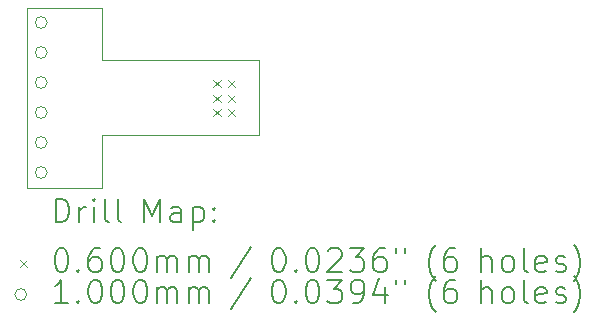
<source format=gbr>
%TF.GenerationSoftware,KiCad,Pcbnew,(7.0.0)*%
%TF.CreationDate,2024-06-17T14:15:40-04:00*%
%TF.ProjectId,Connector Bit,436f6e6e-6563-4746-9f72-204269742e6b,rev?*%
%TF.SameCoordinates,PX5f5e100PY6de6c40*%
%TF.FileFunction,Drillmap*%
%TF.FilePolarity,Positive*%
%FSLAX45Y45*%
G04 Gerber Fmt 4.5, Leading zero omitted, Abs format (unit mm)*
G04 Created by KiCad (PCBNEW (7.0.0)) date 2024-06-17 14:15:40*
%MOMM*%
%LPD*%
G01*
G04 APERTURE LIST*
%ADD10C,0.025400*%
%ADD11C,0.200000*%
%ADD12C,0.060000*%
%ADD13C,0.100000*%
G04 APERTURE END LIST*
D10*
X635000Y1524000D02*
X635000Y1079500D01*
X635000Y1079500D02*
X1963400Y1079500D01*
X635000Y0D02*
X635000Y444500D01*
X0Y1524000D02*
X0Y0D01*
X635000Y444500D02*
X1963400Y444500D01*
X0Y1524000D02*
X635000Y1524000D01*
X0Y0D02*
X635000Y0D01*
X1963400Y1079500D02*
X1963400Y444500D01*
D11*
D12*
X1580900Y912000D02*
X1640900Y852000D01*
X1640900Y912000D02*
X1580900Y852000D01*
X1580900Y787000D02*
X1640900Y727000D01*
X1640900Y787000D02*
X1580900Y727000D01*
X1580900Y662000D02*
X1640900Y602000D01*
X1640900Y662000D02*
X1580900Y602000D01*
X1705900Y912000D02*
X1765900Y852000D01*
X1765900Y912000D02*
X1705900Y852000D01*
X1705900Y787000D02*
X1765900Y727000D01*
X1765900Y787000D02*
X1705900Y727000D01*
X1705900Y662000D02*
X1765900Y602000D01*
X1765900Y662000D02*
X1705900Y602000D01*
D13*
X171900Y1397000D02*
G75*
G03*
X171900Y1397000I-50000J0D01*
G01*
X171900Y1143000D02*
G75*
G03*
X171900Y1143000I-50000J0D01*
G01*
X171900Y889000D02*
G75*
G03*
X171900Y889000I-50000J0D01*
G01*
X171900Y635000D02*
G75*
G03*
X171900Y635000I-50000J0D01*
G01*
X171900Y381000D02*
G75*
G03*
X171900Y381000I-50000J0D01*
G01*
X171900Y127000D02*
G75*
G03*
X171900Y127000I-50000J0D01*
G01*
D11*
X246349Y-294746D02*
X246349Y-94746D01*
X246349Y-94746D02*
X293968Y-94746D01*
X293968Y-94746D02*
X322540Y-104270D01*
X322540Y-104270D02*
X341587Y-123318D01*
X341587Y-123318D02*
X351111Y-142365D01*
X351111Y-142365D02*
X360635Y-180460D01*
X360635Y-180460D02*
X360635Y-209032D01*
X360635Y-209032D02*
X351111Y-247127D01*
X351111Y-247127D02*
X341587Y-266175D01*
X341587Y-266175D02*
X322540Y-285222D01*
X322540Y-285222D02*
X293968Y-294746D01*
X293968Y-294746D02*
X246349Y-294746D01*
X446349Y-294746D02*
X446349Y-161413D01*
X446349Y-199508D02*
X455873Y-180460D01*
X455873Y-180460D02*
X465397Y-170937D01*
X465397Y-170937D02*
X484444Y-161413D01*
X484444Y-161413D02*
X503492Y-161413D01*
X570159Y-294746D02*
X570159Y-161413D01*
X570159Y-94746D02*
X560635Y-104270D01*
X560635Y-104270D02*
X570159Y-113794D01*
X570159Y-113794D02*
X579682Y-104270D01*
X579682Y-104270D02*
X570159Y-94746D01*
X570159Y-94746D02*
X570159Y-113794D01*
X693968Y-294746D02*
X674920Y-285222D01*
X674920Y-285222D02*
X665397Y-266175D01*
X665397Y-266175D02*
X665397Y-94746D01*
X798730Y-294746D02*
X779682Y-285222D01*
X779682Y-285222D02*
X770158Y-266175D01*
X770158Y-266175D02*
X770158Y-94746D01*
X994920Y-294746D02*
X994920Y-94746D01*
X994920Y-94746D02*
X1061587Y-237603D01*
X1061587Y-237603D02*
X1128254Y-94746D01*
X1128254Y-94746D02*
X1128254Y-294746D01*
X1309206Y-294746D02*
X1309206Y-189984D01*
X1309206Y-189984D02*
X1299682Y-170937D01*
X1299682Y-170937D02*
X1280635Y-161413D01*
X1280635Y-161413D02*
X1242539Y-161413D01*
X1242539Y-161413D02*
X1223492Y-170937D01*
X1309206Y-285222D02*
X1290159Y-294746D01*
X1290159Y-294746D02*
X1242539Y-294746D01*
X1242539Y-294746D02*
X1223492Y-285222D01*
X1223492Y-285222D02*
X1213968Y-266175D01*
X1213968Y-266175D02*
X1213968Y-247127D01*
X1213968Y-247127D02*
X1223492Y-228079D01*
X1223492Y-228079D02*
X1242539Y-218556D01*
X1242539Y-218556D02*
X1290159Y-218556D01*
X1290159Y-218556D02*
X1309206Y-209032D01*
X1404444Y-161413D02*
X1404444Y-361413D01*
X1404444Y-170937D02*
X1423492Y-161413D01*
X1423492Y-161413D02*
X1461587Y-161413D01*
X1461587Y-161413D02*
X1480635Y-170937D01*
X1480635Y-170937D02*
X1490158Y-180460D01*
X1490158Y-180460D02*
X1499682Y-199508D01*
X1499682Y-199508D02*
X1499682Y-256651D01*
X1499682Y-256651D02*
X1490158Y-275699D01*
X1490158Y-275699D02*
X1480635Y-285222D01*
X1480635Y-285222D02*
X1461587Y-294746D01*
X1461587Y-294746D02*
X1423492Y-294746D01*
X1423492Y-294746D02*
X1404444Y-285222D01*
X1585397Y-275699D02*
X1594920Y-285222D01*
X1594920Y-285222D02*
X1585397Y-294746D01*
X1585397Y-294746D02*
X1575873Y-285222D01*
X1575873Y-285222D02*
X1585397Y-275699D01*
X1585397Y-275699D02*
X1585397Y-294746D01*
X1585397Y-170937D02*
X1594920Y-180460D01*
X1594920Y-180460D02*
X1585397Y-189984D01*
X1585397Y-189984D02*
X1575873Y-180460D01*
X1575873Y-180460D02*
X1585397Y-170937D01*
X1585397Y-170937D02*
X1585397Y-189984D01*
D12*
X-61270Y-611270D02*
X-1270Y-671270D01*
X-1270Y-611270D02*
X-61270Y-671270D01*
D11*
X284444Y-514746D02*
X303492Y-514746D01*
X303492Y-514746D02*
X322540Y-524270D01*
X322540Y-524270D02*
X332063Y-533794D01*
X332063Y-533794D02*
X341587Y-552841D01*
X341587Y-552841D02*
X351111Y-590937D01*
X351111Y-590937D02*
X351111Y-638556D01*
X351111Y-638556D02*
X341587Y-676651D01*
X341587Y-676651D02*
X332063Y-695699D01*
X332063Y-695699D02*
X322540Y-705222D01*
X322540Y-705222D02*
X303492Y-714746D01*
X303492Y-714746D02*
X284444Y-714746D01*
X284444Y-714746D02*
X265397Y-705222D01*
X265397Y-705222D02*
X255873Y-695699D01*
X255873Y-695699D02*
X246349Y-676651D01*
X246349Y-676651D02*
X236825Y-638556D01*
X236825Y-638556D02*
X236825Y-590937D01*
X236825Y-590937D02*
X246349Y-552841D01*
X246349Y-552841D02*
X255873Y-533794D01*
X255873Y-533794D02*
X265397Y-524270D01*
X265397Y-524270D02*
X284444Y-514746D01*
X436825Y-695699D02*
X446349Y-705222D01*
X446349Y-705222D02*
X436825Y-714746D01*
X436825Y-714746D02*
X427301Y-705222D01*
X427301Y-705222D02*
X436825Y-695699D01*
X436825Y-695699D02*
X436825Y-714746D01*
X617778Y-514746D02*
X579682Y-514746D01*
X579682Y-514746D02*
X560635Y-524270D01*
X560635Y-524270D02*
X551111Y-533794D01*
X551111Y-533794D02*
X532063Y-562365D01*
X532063Y-562365D02*
X522539Y-600460D01*
X522539Y-600460D02*
X522539Y-676651D01*
X522539Y-676651D02*
X532063Y-695699D01*
X532063Y-695699D02*
X541587Y-705222D01*
X541587Y-705222D02*
X560635Y-714746D01*
X560635Y-714746D02*
X598730Y-714746D01*
X598730Y-714746D02*
X617778Y-705222D01*
X617778Y-705222D02*
X627301Y-695699D01*
X627301Y-695699D02*
X636825Y-676651D01*
X636825Y-676651D02*
X636825Y-629032D01*
X636825Y-629032D02*
X627301Y-609984D01*
X627301Y-609984D02*
X617778Y-600460D01*
X617778Y-600460D02*
X598730Y-590937D01*
X598730Y-590937D02*
X560635Y-590937D01*
X560635Y-590937D02*
X541587Y-600460D01*
X541587Y-600460D02*
X532063Y-609984D01*
X532063Y-609984D02*
X522539Y-629032D01*
X760635Y-514746D02*
X779682Y-514746D01*
X779682Y-514746D02*
X798730Y-524270D01*
X798730Y-524270D02*
X808254Y-533794D01*
X808254Y-533794D02*
X817778Y-552841D01*
X817778Y-552841D02*
X827301Y-590937D01*
X827301Y-590937D02*
X827301Y-638556D01*
X827301Y-638556D02*
X817778Y-676651D01*
X817778Y-676651D02*
X808254Y-695699D01*
X808254Y-695699D02*
X798730Y-705222D01*
X798730Y-705222D02*
X779682Y-714746D01*
X779682Y-714746D02*
X760635Y-714746D01*
X760635Y-714746D02*
X741587Y-705222D01*
X741587Y-705222D02*
X732063Y-695699D01*
X732063Y-695699D02*
X722539Y-676651D01*
X722539Y-676651D02*
X713016Y-638556D01*
X713016Y-638556D02*
X713016Y-590937D01*
X713016Y-590937D02*
X722539Y-552841D01*
X722539Y-552841D02*
X732063Y-533794D01*
X732063Y-533794D02*
X741587Y-524270D01*
X741587Y-524270D02*
X760635Y-514746D01*
X951111Y-514746D02*
X970159Y-514746D01*
X970159Y-514746D02*
X989206Y-524270D01*
X989206Y-524270D02*
X998730Y-533794D01*
X998730Y-533794D02*
X1008254Y-552841D01*
X1008254Y-552841D02*
X1017778Y-590937D01*
X1017778Y-590937D02*
X1017778Y-638556D01*
X1017778Y-638556D02*
X1008254Y-676651D01*
X1008254Y-676651D02*
X998730Y-695699D01*
X998730Y-695699D02*
X989206Y-705222D01*
X989206Y-705222D02*
X970159Y-714746D01*
X970159Y-714746D02*
X951111Y-714746D01*
X951111Y-714746D02*
X932063Y-705222D01*
X932063Y-705222D02*
X922539Y-695699D01*
X922539Y-695699D02*
X913016Y-676651D01*
X913016Y-676651D02*
X903492Y-638556D01*
X903492Y-638556D02*
X903492Y-590937D01*
X903492Y-590937D02*
X913016Y-552841D01*
X913016Y-552841D02*
X922539Y-533794D01*
X922539Y-533794D02*
X932063Y-524270D01*
X932063Y-524270D02*
X951111Y-514746D01*
X1103492Y-714746D02*
X1103492Y-581413D01*
X1103492Y-600460D02*
X1113016Y-590937D01*
X1113016Y-590937D02*
X1132063Y-581413D01*
X1132063Y-581413D02*
X1160635Y-581413D01*
X1160635Y-581413D02*
X1179682Y-590937D01*
X1179682Y-590937D02*
X1189206Y-609984D01*
X1189206Y-609984D02*
X1189206Y-714746D01*
X1189206Y-609984D02*
X1198730Y-590937D01*
X1198730Y-590937D02*
X1217778Y-581413D01*
X1217778Y-581413D02*
X1246349Y-581413D01*
X1246349Y-581413D02*
X1265397Y-590937D01*
X1265397Y-590937D02*
X1274921Y-609984D01*
X1274921Y-609984D02*
X1274921Y-714746D01*
X1370159Y-714746D02*
X1370159Y-581413D01*
X1370159Y-600460D02*
X1379682Y-590937D01*
X1379682Y-590937D02*
X1398730Y-581413D01*
X1398730Y-581413D02*
X1427301Y-581413D01*
X1427301Y-581413D02*
X1446349Y-590937D01*
X1446349Y-590937D02*
X1455873Y-609984D01*
X1455873Y-609984D02*
X1455873Y-714746D01*
X1455873Y-609984D02*
X1465397Y-590937D01*
X1465397Y-590937D02*
X1484444Y-581413D01*
X1484444Y-581413D02*
X1513016Y-581413D01*
X1513016Y-581413D02*
X1532063Y-590937D01*
X1532063Y-590937D02*
X1541587Y-609984D01*
X1541587Y-609984D02*
X1541587Y-714746D01*
X1899682Y-505222D02*
X1728254Y-762365D01*
X2124444Y-514746D02*
X2143492Y-514746D01*
X2143492Y-514746D02*
X2162540Y-524270D01*
X2162540Y-524270D02*
X2172063Y-533794D01*
X2172063Y-533794D02*
X2181587Y-552841D01*
X2181587Y-552841D02*
X2191111Y-590937D01*
X2191111Y-590937D02*
X2191111Y-638556D01*
X2191111Y-638556D02*
X2181587Y-676651D01*
X2181587Y-676651D02*
X2172063Y-695699D01*
X2172063Y-695699D02*
X2162540Y-705222D01*
X2162540Y-705222D02*
X2143492Y-714746D01*
X2143492Y-714746D02*
X2124444Y-714746D01*
X2124444Y-714746D02*
X2105397Y-705222D01*
X2105397Y-705222D02*
X2095873Y-695699D01*
X2095873Y-695699D02*
X2086349Y-676651D01*
X2086349Y-676651D02*
X2076825Y-638556D01*
X2076825Y-638556D02*
X2076825Y-590937D01*
X2076825Y-590937D02*
X2086349Y-552841D01*
X2086349Y-552841D02*
X2095873Y-533794D01*
X2095873Y-533794D02*
X2105397Y-524270D01*
X2105397Y-524270D02*
X2124444Y-514746D01*
X2276825Y-695699D02*
X2286349Y-705222D01*
X2286349Y-705222D02*
X2276825Y-714746D01*
X2276825Y-714746D02*
X2267302Y-705222D01*
X2267302Y-705222D02*
X2276825Y-695699D01*
X2276825Y-695699D02*
X2276825Y-714746D01*
X2410159Y-514746D02*
X2429206Y-514746D01*
X2429206Y-514746D02*
X2448254Y-524270D01*
X2448254Y-524270D02*
X2457778Y-533794D01*
X2457778Y-533794D02*
X2467302Y-552841D01*
X2467302Y-552841D02*
X2476825Y-590937D01*
X2476825Y-590937D02*
X2476825Y-638556D01*
X2476825Y-638556D02*
X2467302Y-676651D01*
X2467302Y-676651D02*
X2457778Y-695699D01*
X2457778Y-695699D02*
X2448254Y-705222D01*
X2448254Y-705222D02*
X2429206Y-714746D01*
X2429206Y-714746D02*
X2410159Y-714746D01*
X2410159Y-714746D02*
X2391111Y-705222D01*
X2391111Y-705222D02*
X2381587Y-695699D01*
X2381587Y-695699D02*
X2372063Y-676651D01*
X2372063Y-676651D02*
X2362540Y-638556D01*
X2362540Y-638556D02*
X2362540Y-590937D01*
X2362540Y-590937D02*
X2372063Y-552841D01*
X2372063Y-552841D02*
X2381587Y-533794D01*
X2381587Y-533794D02*
X2391111Y-524270D01*
X2391111Y-524270D02*
X2410159Y-514746D01*
X2553016Y-533794D02*
X2562540Y-524270D01*
X2562540Y-524270D02*
X2581587Y-514746D01*
X2581587Y-514746D02*
X2629206Y-514746D01*
X2629206Y-514746D02*
X2648254Y-524270D01*
X2648254Y-524270D02*
X2657778Y-533794D01*
X2657778Y-533794D02*
X2667302Y-552841D01*
X2667302Y-552841D02*
X2667302Y-571889D01*
X2667302Y-571889D02*
X2657778Y-600460D01*
X2657778Y-600460D02*
X2543492Y-714746D01*
X2543492Y-714746D02*
X2667302Y-714746D01*
X2733968Y-514746D02*
X2857778Y-514746D01*
X2857778Y-514746D02*
X2791111Y-590937D01*
X2791111Y-590937D02*
X2819682Y-590937D01*
X2819682Y-590937D02*
X2838730Y-600460D01*
X2838730Y-600460D02*
X2848254Y-609984D01*
X2848254Y-609984D02*
X2857778Y-629032D01*
X2857778Y-629032D02*
X2857778Y-676651D01*
X2857778Y-676651D02*
X2848254Y-695699D01*
X2848254Y-695699D02*
X2838730Y-705222D01*
X2838730Y-705222D02*
X2819682Y-714746D01*
X2819682Y-714746D02*
X2762540Y-714746D01*
X2762540Y-714746D02*
X2743492Y-705222D01*
X2743492Y-705222D02*
X2733968Y-695699D01*
X3029206Y-514746D02*
X2991111Y-514746D01*
X2991111Y-514746D02*
X2972063Y-524270D01*
X2972063Y-524270D02*
X2962540Y-533794D01*
X2962540Y-533794D02*
X2943492Y-562365D01*
X2943492Y-562365D02*
X2933968Y-600460D01*
X2933968Y-600460D02*
X2933968Y-676651D01*
X2933968Y-676651D02*
X2943492Y-695699D01*
X2943492Y-695699D02*
X2953016Y-705222D01*
X2953016Y-705222D02*
X2972063Y-714746D01*
X2972063Y-714746D02*
X3010159Y-714746D01*
X3010159Y-714746D02*
X3029206Y-705222D01*
X3029206Y-705222D02*
X3038730Y-695699D01*
X3038730Y-695699D02*
X3048254Y-676651D01*
X3048254Y-676651D02*
X3048254Y-629032D01*
X3048254Y-629032D02*
X3038730Y-609984D01*
X3038730Y-609984D02*
X3029206Y-600460D01*
X3029206Y-600460D02*
X3010159Y-590937D01*
X3010159Y-590937D02*
X2972063Y-590937D01*
X2972063Y-590937D02*
X2953016Y-600460D01*
X2953016Y-600460D02*
X2943492Y-609984D01*
X2943492Y-609984D02*
X2933968Y-629032D01*
X3124444Y-514746D02*
X3124444Y-552841D01*
X3200635Y-514746D02*
X3200635Y-552841D01*
X3463492Y-790937D02*
X3453968Y-781413D01*
X3453968Y-781413D02*
X3434921Y-752841D01*
X3434921Y-752841D02*
X3425397Y-733794D01*
X3425397Y-733794D02*
X3415873Y-705222D01*
X3415873Y-705222D02*
X3406349Y-657603D01*
X3406349Y-657603D02*
X3406349Y-619508D01*
X3406349Y-619508D02*
X3415873Y-571889D01*
X3415873Y-571889D02*
X3425397Y-543318D01*
X3425397Y-543318D02*
X3434921Y-524270D01*
X3434921Y-524270D02*
X3453968Y-495698D01*
X3453968Y-495698D02*
X3463492Y-486175D01*
X3625397Y-514746D02*
X3587301Y-514746D01*
X3587301Y-514746D02*
X3568254Y-524270D01*
X3568254Y-524270D02*
X3558730Y-533794D01*
X3558730Y-533794D02*
X3539682Y-562365D01*
X3539682Y-562365D02*
X3530159Y-600460D01*
X3530159Y-600460D02*
X3530159Y-676651D01*
X3530159Y-676651D02*
X3539682Y-695699D01*
X3539682Y-695699D02*
X3549206Y-705222D01*
X3549206Y-705222D02*
X3568254Y-714746D01*
X3568254Y-714746D02*
X3606349Y-714746D01*
X3606349Y-714746D02*
X3625397Y-705222D01*
X3625397Y-705222D02*
X3634921Y-695699D01*
X3634921Y-695699D02*
X3644444Y-676651D01*
X3644444Y-676651D02*
X3644444Y-629032D01*
X3644444Y-629032D02*
X3634921Y-609984D01*
X3634921Y-609984D02*
X3625397Y-600460D01*
X3625397Y-600460D02*
X3606349Y-590937D01*
X3606349Y-590937D02*
X3568254Y-590937D01*
X3568254Y-590937D02*
X3549206Y-600460D01*
X3549206Y-600460D02*
X3539682Y-609984D01*
X3539682Y-609984D02*
X3530159Y-629032D01*
X3850159Y-714746D02*
X3850159Y-514746D01*
X3935873Y-714746D02*
X3935873Y-609984D01*
X3935873Y-609984D02*
X3926349Y-590937D01*
X3926349Y-590937D02*
X3907302Y-581413D01*
X3907302Y-581413D02*
X3878730Y-581413D01*
X3878730Y-581413D02*
X3859682Y-590937D01*
X3859682Y-590937D02*
X3850159Y-600460D01*
X4059682Y-714746D02*
X4040635Y-705222D01*
X4040635Y-705222D02*
X4031111Y-695699D01*
X4031111Y-695699D02*
X4021587Y-676651D01*
X4021587Y-676651D02*
X4021587Y-619508D01*
X4021587Y-619508D02*
X4031111Y-600460D01*
X4031111Y-600460D02*
X4040635Y-590937D01*
X4040635Y-590937D02*
X4059682Y-581413D01*
X4059682Y-581413D02*
X4088254Y-581413D01*
X4088254Y-581413D02*
X4107302Y-590937D01*
X4107302Y-590937D02*
X4116825Y-600460D01*
X4116825Y-600460D02*
X4126349Y-619508D01*
X4126349Y-619508D02*
X4126349Y-676651D01*
X4126349Y-676651D02*
X4116825Y-695699D01*
X4116825Y-695699D02*
X4107302Y-705222D01*
X4107302Y-705222D02*
X4088254Y-714746D01*
X4088254Y-714746D02*
X4059682Y-714746D01*
X4240635Y-714746D02*
X4221587Y-705222D01*
X4221587Y-705222D02*
X4212064Y-686175D01*
X4212064Y-686175D02*
X4212064Y-514746D01*
X4393016Y-705222D02*
X4373968Y-714746D01*
X4373968Y-714746D02*
X4335873Y-714746D01*
X4335873Y-714746D02*
X4316825Y-705222D01*
X4316825Y-705222D02*
X4307302Y-686175D01*
X4307302Y-686175D02*
X4307302Y-609984D01*
X4307302Y-609984D02*
X4316825Y-590937D01*
X4316825Y-590937D02*
X4335873Y-581413D01*
X4335873Y-581413D02*
X4373968Y-581413D01*
X4373968Y-581413D02*
X4393016Y-590937D01*
X4393016Y-590937D02*
X4402540Y-609984D01*
X4402540Y-609984D02*
X4402540Y-629032D01*
X4402540Y-629032D02*
X4307302Y-648080D01*
X4478730Y-705222D02*
X4497778Y-714746D01*
X4497778Y-714746D02*
X4535873Y-714746D01*
X4535873Y-714746D02*
X4554921Y-705222D01*
X4554921Y-705222D02*
X4564445Y-686175D01*
X4564445Y-686175D02*
X4564445Y-676651D01*
X4564445Y-676651D02*
X4554921Y-657603D01*
X4554921Y-657603D02*
X4535873Y-648080D01*
X4535873Y-648080D02*
X4507302Y-648080D01*
X4507302Y-648080D02*
X4488254Y-638556D01*
X4488254Y-638556D02*
X4478730Y-619508D01*
X4478730Y-619508D02*
X4478730Y-609984D01*
X4478730Y-609984D02*
X4488254Y-590937D01*
X4488254Y-590937D02*
X4507302Y-581413D01*
X4507302Y-581413D02*
X4535873Y-581413D01*
X4535873Y-581413D02*
X4554921Y-590937D01*
X4631111Y-790937D02*
X4640635Y-781413D01*
X4640635Y-781413D02*
X4659683Y-752841D01*
X4659683Y-752841D02*
X4669206Y-733794D01*
X4669206Y-733794D02*
X4678730Y-705222D01*
X4678730Y-705222D02*
X4688254Y-657603D01*
X4688254Y-657603D02*
X4688254Y-619508D01*
X4688254Y-619508D02*
X4678730Y-571889D01*
X4678730Y-571889D02*
X4669206Y-543318D01*
X4669206Y-543318D02*
X4659683Y-524270D01*
X4659683Y-524270D02*
X4640635Y-495698D01*
X4640635Y-495698D02*
X4631111Y-486175D01*
D13*
X-1270Y-905270D02*
G75*
G03*
X-1270Y-905270I-50000J0D01*
G01*
D11*
X351111Y-978746D02*
X236825Y-978746D01*
X293968Y-978746D02*
X293968Y-778746D01*
X293968Y-778746D02*
X274920Y-807318D01*
X274920Y-807318D02*
X255873Y-826365D01*
X255873Y-826365D02*
X236825Y-835889D01*
X436825Y-959698D02*
X446349Y-969222D01*
X446349Y-969222D02*
X436825Y-978746D01*
X436825Y-978746D02*
X427301Y-969222D01*
X427301Y-969222D02*
X436825Y-959698D01*
X436825Y-959698D02*
X436825Y-978746D01*
X570159Y-778746D02*
X589206Y-778746D01*
X589206Y-778746D02*
X608254Y-788270D01*
X608254Y-788270D02*
X617778Y-797794D01*
X617778Y-797794D02*
X627301Y-816841D01*
X627301Y-816841D02*
X636825Y-854937D01*
X636825Y-854937D02*
X636825Y-902556D01*
X636825Y-902556D02*
X627301Y-940651D01*
X627301Y-940651D02*
X617778Y-959698D01*
X617778Y-959698D02*
X608254Y-969222D01*
X608254Y-969222D02*
X589206Y-978746D01*
X589206Y-978746D02*
X570159Y-978746D01*
X570159Y-978746D02*
X551111Y-969222D01*
X551111Y-969222D02*
X541587Y-959698D01*
X541587Y-959698D02*
X532063Y-940651D01*
X532063Y-940651D02*
X522539Y-902556D01*
X522539Y-902556D02*
X522539Y-854937D01*
X522539Y-854937D02*
X532063Y-816841D01*
X532063Y-816841D02*
X541587Y-797794D01*
X541587Y-797794D02*
X551111Y-788270D01*
X551111Y-788270D02*
X570159Y-778746D01*
X760635Y-778746D02*
X779682Y-778746D01*
X779682Y-778746D02*
X798730Y-788270D01*
X798730Y-788270D02*
X808254Y-797794D01*
X808254Y-797794D02*
X817778Y-816841D01*
X817778Y-816841D02*
X827301Y-854937D01*
X827301Y-854937D02*
X827301Y-902556D01*
X827301Y-902556D02*
X817778Y-940651D01*
X817778Y-940651D02*
X808254Y-959698D01*
X808254Y-959698D02*
X798730Y-969222D01*
X798730Y-969222D02*
X779682Y-978746D01*
X779682Y-978746D02*
X760635Y-978746D01*
X760635Y-978746D02*
X741587Y-969222D01*
X741587Y-969222D02*
X732063Y-959698D01*
X732063Y-959698D02*
X722539Y-940651D01*
X722539Y-940651D02*
X713016Y-902556D01*
X713016Y-902556D02*
X713016Y-854937D01*
X713016Y-854937D02*
X722539Y-816841D01*
X722539Y-816841D02*
X732063Y-797794D01*
X732063Y-797794D02*
X741587Y-788270D01*
X741587Y-788270D02*
X760635Y-778746D01*
X951111Y-778746D02*
X970159Y-778746D01*
X970159Y-778746D02*
X989206Y-788270D01*
X989206Y-788270D02*
X998730Y-797794D01*
X998730Y-797794D02*
X1008254Y-816841D01*
X1008254Y-816841D02*
X1017778Y-854937D01*
X1017778Y-854937D02*
X1017778Y-902556D01*
X1017778Y-902556D02*
X1008254Y-940651D01*
X1008254Y-940651D02*
X998730Y-959698D01*
X998730Y-959698D02*
X989206Y-969222D01*
X989206Y-969222D02*
X970159Y-978746D01*
X970159Y-978746D02*
X951111Y-978746D01*
X951111Y-978746D02*
X932063Y-969222D01*
X932063Y-969222D02*
X922539Y-959698D01*
X922539Y-959698D02*
X913016Y-940651D01*
X913016Y-940651D02*
X903492Y-902556D01*
X903492Y-902556D02*
X903492Y-854937D01*
X903492Y-854937D02*
X913016Y-816841D01*
X913016Y-816841D02*
X922539Y-797794D01*
X922539Y-797794D02*
X932063Y-788270D01*
X932063Y-788270D02*
X951111Y-778746D01*
X1103492Y-978746D02*
X1103492Y-845413D01*
X1103492Y-864460D02*
X1113016Y-854937D01*
X1113016Y-854937D02*
X1132063Y-845413D01*
X1132063Y-845413D02*
X1160635Y-845413D01*
X1160635Y-845413D02*
X1179682Y-854937D01*
X1179682Y-854937D02*
X1189206Y-873984D01*
X1189206Y-873984D02*
X1189206Y-978746D01*
X1189206Y-873984D02*
X1198730Y-854937D01*
X1198730Y-854937D02*
X1217778Y-845413D01*
X1217778Y-845413D02*
X1246349Y-845413D01*
X1246349Y-845413D02*
X1265397Y-854937D01*
X1265397Y-854937D02*
X1274921Y-873984D01*
X1274921Y-873984D02*
X1274921Y-978746D01*
X1370159Y-978746D02*
X1370159Y-845413D01*
X1370159Y-864460D02*
X1379682Y-854937D01*
X1379682Y-854937D02*
X1398730Y-845413D01*
X1398730Y-845413D02*
X1427301Y-845413D01*
X1427301Y-845413D02*
X1446349Y-854937D01*
X1446349Y-854937D02*
X1455873Y-873984D01*
X1455873Y-873984D02*
X1455873Y-978746D01*
X1455873Y-873984D02*
X1465397Y-854937D01*
X1465397Y-854937D02*
X1484444Y-845413D01*
X1484444Y-845413D02*
X1513016Y-845413D01*
X1513016Y-845413D02*
X1532063Y-854937D01*
X1532063Y-854937D02*
X1541587Y-873984D01*
X1541587Y-873984D02*
X1541587Y-978746D01*
X1899682Y-769222D02*
X1728254Y-1026365D01*
X2124444Y-778746D02*
X2143492Y-778746D01*
X2143492Y-778746D02*
X2162540Y-788270D01*
X2162540Y-788270D02*
X2172063Y-797794D01*
X2172063Y-797794D02*
X2181587Y-816841D01*
X2181587Y-816841D02*
X2191111Y-854937D01*
X2191111Y-854937D02*
X2191111Y-902556D01*
X2191111Y-902556D02*
X2181587Y-940651D01*
X2181587Y-940651D02*
X2172063Y-959698D01*
X2172063Y-959698D02*
X2162540Y-969222D01*
X2162540Y-969222D02*
X2143492Y-978746D01*
X2143492Y-978746D02*
X2124444Y-978746D01*
X2124444Y-978746D02*
X2105397Y-969222D01*
X2105397Y-969222D02*
X2095873Y-959698D01*
X2095873Y-959698D02*
X2086349Y-940651D01*
X2086349Y-940651D02*
X2076825Y-902556D01*
X2076825Y-902556D02*
X2076825Y-854937D01*
X2076825Y-854937D02*
X2086349Y-816841D01*
X2086349Y-816841D02*
X2095873Y-797794D01*
X2095873Y-797794D02*
X2105397Y-788270D01*
X2105397Y-788270D02*
X2124444Y-778746D01*
X2276825Y-959698D02*
X2286349Y-969222D01*
X2286349Y-969222D02*
X2276825Y-978746D01*
X2276825Y-978746D02*
X2267302Y-969222D01*
X2267302Y-969222D02*
X2276825Y-959698D01*
X2276825Y-959698D02*
X2276825Y-978746D01*
X2410159Y-778746D02*
X2429206Y-778746D01*
X2429206Y-778746D02*
X2448254Y-788270D01*
X2448254Y-788270D02*
X2457778Y-797794D01*
X2457778Y-797794D02*
X2467302Y-816841D01*
X2467302Y-816841D02*
X2476825Y-854937D01*
X2476825Y-854937D02*
X2476825Y-902556D01*
X2476825Y-902556D02*
X2467302Y-940651D01*
X2467302Y-940651D02*
X2457778Y-959698D01*
X2457778Y-959698D02*
X2448254Y-969222D01*
X2448254Y-969222D02*
X2429206Y-978746D01*
X2429206Y-978746D02*
X2410159Y-978746D01*
X2410159Y-978746D02*
X2391111Y-969222D01*
X2391111Y-969222D02*
X2381587Y-959698D01*
X2381587Y-959698D02*
X2372063Y-940651D01*
X2372063Y-940651D02*
X2362540Y-902556D01*
X2362540Y-902556D02*
X2362540Y-854937D01*
X2362540Y-854937D02*
X2372063Y-816841D01*
X2372063Y-816841D02*
X2381587Y-797794D01*
X2381587Y-797794D02*
X2391111Y-788270D01*
X2391111Y-788270D02*
X2410159Y-778746D01*
X2543492Y-778746D02*
X2667302Y-778746D01*
X2667302Y-778746D02*
X2600635Y-854937D01*
X2600635Y-854937D02*
X2629206Y-854937D01*
X2629206Y-854937D02*
X2648254Y-864460D01*
X2648254Y-864460D02*
X2657778Y-873984D01*
X2657778Y-873984D02*
X2667302Y-893032D01*
X2667302Y-893032D02*
X2667302Y-940651D01*
X2667302Y-940651D02*
X2657778Y-959698D01*
X2657778Y-959698D02*
X2648254Y-969222D01*
X2648254Y-969222D02*
X2629206Y-978746D01*
X2629206Y-978746D02*
X2572063Y-978746D01*
X2572063Y-978746D02*
X2553016Y-969222D01*
X2553016Y-969222D02*
X2543492Y-959698D01*
X2762540Y-978746D02*
X2800635Y-978746D01*
X2800635Y-978746D02*
X2819682Y-969222D01*
X2819682Y-969222D02*
X2829206Y-959698D01*
X2829206Y-959698D02*
X2848254Y-931127D01*
X2848254Y-931127D02*
X2857778Y-893032D01*
X2857778Y-893032D02*
X2857778Y-816841D01*
X2857778Y-816841D02*
X2848254Y-797794D01*
X2848254Y-797794D02*
X2838730Y-788270D01*
X2838730Y-788270D02*
X2819682Y-778746D01*
X2819682Y-778746D02*
X2781587Y-778746D01*
X2781587Y-778746D02*
X2762540Y-788270D01*
X2762540Y-788270D02*
X2753016Y-797794D01*
X2753016Y-797794D02*
X2743492Y-816841D01*
X2743492Y-816841D02*
X2743492Y-864460D01*
X2743492Y-864460D02*
X2753016Y-883508D01*
X2753016Y-883508D02*
X2762540Y-893032D01*
X2762540Y-893032D02*
X2781587Y-902556D01*
X2781587Y-902556D02*
X2819682Y-902556D01*
X2819682Y-902556D02*
X2838730Y-893032D01*
X2838730Y-893032D02*
X2848254Y-883508D01*
X2848254Y-883508D02*
X2857778Y-864460D01*
X3029206Y-845413D02*
X3029206Y-978746D01*
X2981587Y-769222D02*
X2933968Y-912079D01*
X2933968Y-912079D02*
X3057778Y-912079D01*
X3124444Y-778746D02*
X3124444Y-816841D01*
X3200635Y-778746D02*
X3200635Y-816841D01*
X3463492Y-1054937D02*
X3453968Y-1045413D01*
X3453968Y-1045413D02*
X3434921Y-1016841D01*
X3434921Y-1016841D02*
X3425397Y-997794D01*
X3425397Y-997794D02*
X3415873Y-969222D01*
X3415873Y-969222D02*
X3406349Y-921603D01*
X3406349Y-921603D02*
X3406349Y-883508D01*
X3406349Y-883508D02*
X3415873Y-835889D01*
X3415873Y-835889D02*
X3425397Y-807318D01*
X3425397Y-807318D02*
X3434921Y-788270D01*
X3434921Y-788270D02*
X3453968Y-759698D01*
X3453968Y-759698D02*
X3463492Y-750175D01*
X3625397Y-778746D02*
X3587301Y-778746D01*
X3587301Y-778746D02*
X3568254Y-788270D01*
X3568254Y-788270D02*
X3558730Y-797794D01*
X3558730Y-797794D02*
X3539682Y-826365D01*
X3539682Y-826365D02*
X3530159Y-864460D01*
X3530159Y-864460D02*
X3530159Y-940651D01*
X3530159Y-940651D02*
X3539682Y-959698D01*
X3539682Y-959698D02*
X3549206Y-969222D01*
X3549206Y-969222D02*
X3568254Y-978746D01*
X3568254Y-978746D02*
X3606349Y-978746D01*
X3606349Y-978746D02*
X3625397Y-969222D01*
X3625397Y-969222D02*
X3634921Y-959698D01*
X3634921Y-959698D02*
X3644444Y-940651D01*
X3644444Y-940651D02*
X3644444Y-893032D01*
X3644444Y-893032D02*
X3634921Y-873984D01*
X3634921Y-873984D02*
X3625397Y-864460D01*
X3625397Y-864460D02*
X3606349Y-854937D01*
X3606349Y-854937D02*
X3568254Y-854937D01*
X3568254Y-854937D02*
X3549206Y-864460D01*
X3549206Y-864460D02*
X3539682Y-873984D01*
X3539682Y-873984D02*
X3530159Y-893032D01*
X3850159Y-978746D02*
X3850159Y-778746D01*
X3935873Y-978746D02*
X3935873Y-873984D01*
X3935873Y-873984D02*
X3926349Y-854937D01*
X3926349Y-854937D02*
X3907302Y-845413D01*
X3907302Y-845413D02*
X3878730Y-845413D01*
X3878730Y-845413D02*
X3859682Y-854937D01*
X3859682Y-854937D02*
X3850159Y-864460D01*
X4059682Y-978746D02*
X4040635Y-969222D01*
X4040635Y-969222D02*
X4031111Y-959698D01*
X4031111Y-959698D02*
X4021587Y-940651D01*
X4021587Y-940651D02*
X4021587Y-883508D01*
X4021587Y-883508D02*
X4031111Y-864460D01*
X4031111Y-864460D02*
X4040635Y-854937D01*
X4040635Y-854937D02*
X4059682Y-845413D01*
X4059682Y-845413D02*
X4088254Y-845413D01*
X4088254Y-845413D02*
X4107302Y-854937D01*
X4107302Y-854937D02*
X4116825Y-864460D01*
X4116825Y-864460D02*
X4126349Y-883508D01*
X4126349Y-883508D02*
X4126349Y-940651D01*
X4126349Y-940651D02*
X4116825Y-959698D01*
X4116825Y-959698D02*
X4107302Y-969222D01*
X4107302Y-969222D02*
X4088254Y-978746D01*
X4088254Y-978746D02*
X4059682Y-978746D01*
X4240635Y-978746D02*
X4221587Y-969222D01*
X4221587Y-969222D02*
X4212064Y-950175D01*
X4212064Y-950175D02*
X4212064Y-778746D01*
X4393016Y-969222D02*
X4373968Y-978746D01*
X4373968Y-978746D02*
X4335873Y-978746D01*
X4335873Y-978746D02*
X4316825Y-969222D01*
X4316825Y-969222D02*
X4307302Y-950175D01*
X4307302Y-950175D02*
X4307302Y-873984D01*
X4307302Y-873984D02*
X4316825Y-854937D01*
X4316825Y-854937D02*
X4335873Y-845413D01*
X4335873Y-845413D02*
X4373968Y-845413D01*
X4373968Y-845413D02*
X4393016Y-854937D01*
X4393016Y-854937D02*
X4402540Y-873984D01*
X4402540Y-873984D02*
X4402540Y-893032D01*
X4402540Y-893032D02*
X4307302Y-912079D01*
X4478730Y-969222D02*
X4497778Y-978746D01*
X4497778Y-978746D02*
X4535873Y-978746D01*
X4535873Y-978746D02*
X4554921Y-969222D01*
X4554921Y-969222D02*
X4564445Y-950175D01*
X4564445Y-950175D02*
X4564445Y-940651D01*
X4564445Y-940651D02*
X4554921Y-921603D01*
X4554921Y-921603D02*
X4535873Y-912079D01*
X4535873Y-912079D02*
X4507302Y-912079D01*
X4507302Y-912079D02*
X4488254Y-902556D01*
X4488254Y-902556D02*
X4478730Y-883508D01*
X4478730Y-883508D02*
X4478730Y-873984D01*
X4478730Y-873984D02*
X4488254Y-854937D01*
X4488254Y-854937D02*
X4507302Y-845413D01*
X4507302Y-845413D02*
X4535873Y-845413D01*
X4535873Y-845413D02*
X4554921Y-854937D01*
X4631111Y-1054937D02*
X4640635Y-1045413D01*
X4640635Y-1045413D02*
X4659683Y-1016841D01*
X4659683Y-1016841D02*
X4669206Y-997794D01*
X4669206Y-997794D02*
X4678730Y-969222D01*
X4678730Y-969222D02*
X4688254Y-921603D01*
X4688254Y-921603D02*
X4688254Y-883508D01*
X4688254Y-883508D02*
X4678730Y-835889D01*
X4678730Y-835889D02*
X4669206Y-807318D01*
X4669206Y-807318D02*
X4659683Y-788270D01*
X4659683Y-788270D02*
X4640635Y-759698D01*
X4640635Y-759698D02*
X4631111Y-750175D01*
M02*

</source>
